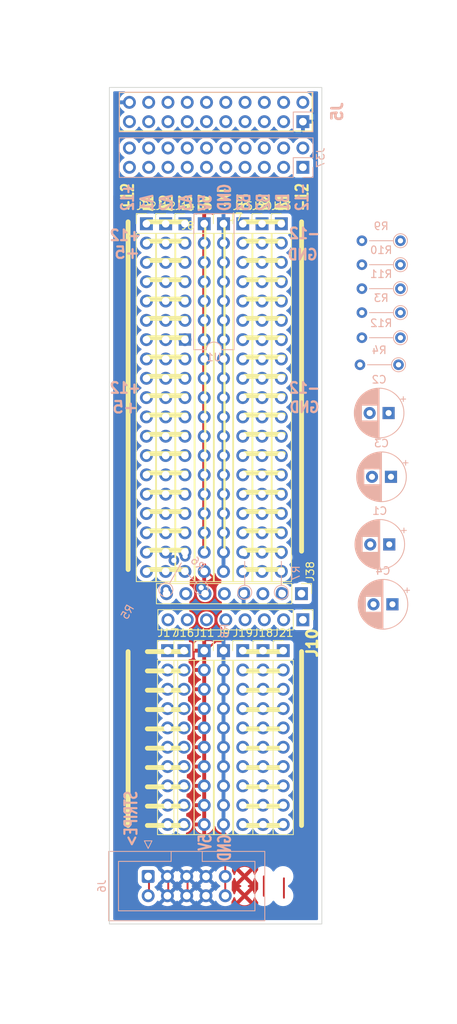
<source format=kicad_pcb>
(kicad_pcb (version 20211014) (generator pcbnew)
  (title_block (title "SYNTH-MIXER6-01") (date "2022-09-30") (rev "1") (company "LAND BOARDS, LLC"))
  (layers (0 "F.Cu" signal) (31 "B.Cu" signal) (34 "B.Paste" user) (35 "F.Paste" user) (36 "B.SilkS" user "B.Silkscreen") (37 "F.SilkS" user "F.Silkscreen") (38 "B.Mask" user) (39 "F.Mask" user) (44 "Edge.Cuts" user))
  (net 0 "")
  (net 8 "+12V")
  (net 9 "+5V")
  (net 10 "-12V")
  (net 11 "Net-(C1-Pad2)")
  (net 13 "/J4-T")
  (net 14 "/J2-T")
  (net 15 "/J3-T")
  (net 16 "GND")
  (net 18 "/J1-T")
  (net 19 "/POT2-3")
  (net 180 "/J4-T_X")
  (net 181 "/J2-T_X")
  (net 182 "/J3-T_X")
  (net 183 "/J1-T_X")
  (net 191 "Net-(C3-Pad2)")
  (net 193 "/POT2-2")
  (net 196 "/POT2-1_X")
  (net 197 "/POT1-1")
  (net 198 "/POT1-2")
  (net 199 "/POT1-3")
  (net 200 "Net-(U1-Pad1)")
  (net 201 "/POT2-3_X")
  (net 212 "/POT1-1_X")
  (net 213 "/POT1-3_X")
  (net 214 "/J2-S_X")
  (net 218 "/POT2-1")
  (net 220 "Net-(R5-Pad2)")
  (net 221 "Net-(U1-Pad3)")
  (net 222 "Net-(U1-Pad10)")
  (net 223 "Net-(R8-Pad2)")
  (net 224 "Net-(U1-Pad8)")
  (footprint "Connector_PinHeader_2.54mm:PinHeader_1x19_P2.54mm_Vertical" (layer "F.Cu") (at 118.618 26.924)
    (fp_text reference "J20" (at 0 -2.33) (layer "F.SilkS"))
    (fp_text value "Conn_01x19")
    (pad "1" thru_hole rect (at 0 0) (size 1.7 1.7) (drill 1) (layers *.Cu *.Mask))
    (pad "2" thru_hole oval (at 0 2.54) (size 1.7 1.7) (drill 1) (layers *.Cu *.Mask))
    (pad "3" thru_hole oval (at 0 5.08) (size 1.7 1.7) (drill 1) (layers *.Cu *.Mask))
    (pad "4" thru_hole oval (at 0 7.62) (size 1.7 1.7) (drill 1) (layers *.Cu *.Mask))
    (pad "5" thru_hole oval (at 0 10.16) (size 1.7 1.7) (drill 1) (layers *.Cu *.Mask))
    (pad "6" thru_hole oval (at 0 12.7) (size 1.7 1.7) (drill 1) (layers *.Cu *.Mask))
    (pad "7" thru_hole oval (at 0 15.24) (size 1.7 1.7) (drill 1) (layers *.Cu *.Mask))
    (pad "8" thru_hole oval (at 0 17.78) (size 1.7 1.7) (drill 1) (layers *.Cu *.Mask))
    (pad "9" thru_hole oval (at 0 20.32) (size 1.7 1.7) (drill 1) (layers *.Cu *.Mask))
    (pad "10" thru_hole oval (at 0 22.86) (size 1.7 1.7) (drill 1) (layers *.Cu *.Mask))
    (pad "11" thru_hole oval (at 0 25.4) (size 1.7 1.7) (drill 1) (layers *.Cu *.Mask))
    (pad "12" thru_hole oval (at 0 27.94) (size 1.7 1.7) (drill 1) (layers *.Cu *.Mask))
    (pad "13" thru_hole oval (at 0 30.48) (size 1.7 1.7) (drill 1) (layers *.Cu *.Mask))
    (pad "14" thru_hole oval (at 0 33.02) (size 1.7 1.7) (drill 1) (layers *.Cu *.Mask))
    (pad "15" thru_hole oval (at 0 35.56) (size 1.7 1.7) (drill 1) (layers *.Cu *.Mask))
    (pad "16" thru_hole oval (at 0 38.1) (size 1.7 1.7) (drill 1) (layers *.Cu *.Mask))
    (pad "17" thru_hole oval (at 0 40.64) (size 1.7 1.7) (drill 1) (layers *.Cu *.Mask))
    (pad "18" thru_hole oval (at 0 43.18) (size 1.7 1.7) (drill 1) (layers *.Cu *.Mask))
    (pad "19" thru_hole oval (at 0 45.72) (size 1.7 1.7) (drill 1) (layers *.Cu *.Mask))
  )
  (footprint "Connector_PinHeader_2.54mm:PinHeader_1x10_P2.54mm_Vertical" (layer "F.Cu") (at 116.078 83.058)
    (fp_text reference "J19" (at 0 -2.33) (layer "F.SilkS"))
    (fp_text value "Conn_01x10")
    (pad "1" thru_hole rect (at 0 0) (size 1.7 1.7) (drill 1) (layers *.Cu *.Mask))
    (pad "2" thru_hole oval (at 0 2.54) (size 1.7 1.7) (drill 1) (layers *.Cu *.Mask))
    (pad "3" thru_hole oval (at 0 5.08) (size 1.7 1.7) (drill 1) (layers *.Cu *.Mask))
    (pad "4" thru_hole oval (at 0 7.62) (size 1.7 1.7) (drill 1) (layers *.Cu *.Mask))
    (pad "5" thru_hole oval (at 0 10.16) (size 1.7 1.7) (drill 1) (layers *.Cu *.Mask))
    (pad "6" thru_hole oval (at 0 12.7) (size 1.7 1.7) (drill 1) (layers *.Cu *.Mask))
    (pad "7" thru_hole oval (at 0 15.24) (size 1.7 1.7) (drill 1) (layers *.Cu *.Mask))
    (pad "8" thru_hole oval (at 0 17.78) (size 1.7 1.7) (drill 1) (layers *.Cu *.Mask))
    (pad "9" thru_hole oval (at 0 20.32) (size 1.7 1.7) (drill 1) (layers *.Cu *.Mask))
    (pad "10" thru_hole oval (at 0 22.86) (size 1.7 1.7) (drill 1) (layers *.Cu *.Mask))
  )
  (footprint "Connector_PinHeader_2.54mm:PinHeader_1x10_P2.54mm_Vertical" (layer "F.Cu") (at 110.998 83.058)
    (fp_text reference "J11" (at 0 -2.33) (layer "F.SilkS"))
    (fp_text value "Conn_01x10")
    (pad "1" thru_hole rect (at 0 0) (size 1.7 1.7) (drill 1) (layers *.Cu *.Mask) (net 9 "+5V"))
    (pad "2" thru_hole oval (at 0 2.54) (size 1.7 1.7) (drill 1) (layers *.Cu *.Mask) (net 9 "+5V"))
    (pad "3" thru_hole oval (at 0 5.08) (size 1.7 1.7) (drill 1) (layers *.Cu *.Mask) (net 9 "+5V"))
    (pad "4" thru_hole oval (at 0 7.62) (size 1.7 1.7) (drill 1) (layers *.Cu *.Mask) (net 9 "+5V"))
    (pad "5" thru_hole oval (at 0 10.16) (size 1.7 1.7) (drill 1) (layers *.Cu *.Mask) (net 9 "+5V"))
    (pad "6" thru_hole oval (at 0 12.7) (size 1.7 1.7) (drill 1) (layers *.Cu *.Mask) (net 9 "+5V"))
    (pad "7" thru_hole oval (at 0 15.24) (size 1.7 1.7) (drill 1) (layers *.Cu *.Mask) (net 9 "+5V"))
    (pad "8" thru_hole oval (at 0 17.78) (size 1.7 1.7) (drill 1) (layers *.Cu *.Mask) (net 9 "+5V"))
    (pad "9" thru_hole oval (at 0 20.32) (size 1.7 1.7) (drill 1) (layers *.Cu *.Mask) (net 9 "+5V"))
    (pad "10" thru_hole oval (at 0 22.86) (size 1.7 1.7) (drill 1) (layers *.Cu *.Mask) (net 9 "+5V"))
  )
  (footprint "Connector_PinHeader_2.54mm:PinHeader_1x10_P2.54mm_Vertical" (layer "F.Cu") (at 108.331 83.058)
    (fp_text reference "J16" (at 0 -2.33) (layer "F.SilkS"))
    (fp_text value "Conn_01x10")
    (pad "1" thru_hole rect (at 0 0) (size 1.7 1.7) (drill 1) (layers *.Cu *.Mask))
    (pad "2" thru_hole oval (at 0 2.54) (size 1.7 1.7) (drill 1) (layers *.Cu *.Mask))
    (pad "3" thru_hole oval (at 0 5.08) (size 1.7 1.7) (drill 1) (layers *.Cu *.Mask))
    (pad "4" thru_hole oval (at 0 7.62) (size 1.7 1.7) (drill 1) (layers *.Cu *.Mask))
    (pad "5" thru_hole oval (at 0 10.16) (size 1.7 1.7) (drill 1) (layers *.Cu *.Mask))
    (pad "6" thru_hole oval (at 0 12.7) (size 1.7 1.7) (drill 1) (layers *.Cu *.Mask))
    (pad "7" thru_hole oval (at 0 15.24) (size 1.7 1.7) (drill 1) (layers *.Cu *.Mask))
    (pad "8" thru_hole oval (at 0 17.78) (size 1.7 1.7) (drill 1) (layers *.Cu *.Mask))
    (pad "9" thru_hole oval (at 0 20.32) (size 1.7 1.7) (drill 1) (layers *.Cu *.Mask))
    (pad "10" thru_hole oval (at 0 22.86) (size 1.7 1.7) (drill 1) (layers *.Cu *.Mask))
  )
  (footprint "Connector_PinHeader_2.54mm:PinHeader_1x19_P2.54mm_Vertical" (layer "F.Cu") (at 105.918 26.924)
    (fp_text reference "J12" (at 0 -2.33) (layer "F.SilkS"))
    (fp_text value "Conn_01x19")
    (pad "1" thru_hole rect (at 0 0) (size 1.7 1.7) (drill 1) (layers *.Cu *.Mask))
    (pad "2" thru_hole oval (at 0 2.54) (size 1.7 1.7) (drill 1) (layers *.Cu *.Mask))
    (pad "3" thru_hole oval (at 0 5.08) (size 1.7 1.7) (drill 1) (layers *.Cu *.Mask))
    (pad "4" thru_hole oval (at 0 7.62) (size 1.7 1.7) (drill 1) (layers *.Cu *.Mask))
    (pad "5" thru_hole oval (at 0 10.16) (size 1.7 1.7) (drill 1) (layers *.Cu *.Mask))
    (pad "6" thru_hole oval (at 0 12.7) (size 1.7 1.7) (drill 1) (layers *.Cu *.Mask))
    (pad "7" thru_hole oval (at 0 15.24) (size 1.7 1.7) (drill 1) (layers *.Cu *.Mask))
    (pad "8" thru_hole oval (at 0 17.78) (size 1.7 1.7) (drill 1) (layers *.Cu *.Mask))
    (pad "9" thru_hole oval (at 0 20.32) (size 1.7 1.7) (drill 1) (layers *.Cu *.Mask))
    (pad "10" thru_hole oval (at 0 22.86) (size 1.7 1.7) (drill 1) (layers *.Cu *.Mask))
    (pad "11" thru_hole oval (at 0 25.4) (size 1.7 1.7) (drill 1) (layers *.Cu *.Mask))
    (pad "12" thru_hole oval (at 0 27.94) (size 1.7 1.7) (drill 1) (layers *.Cu *.Mask))
    (pad "13" thru_hole oval (at 0 30.48) (size 1.7 1.7) (drill 1) (layers *.Cu *.Mask))
    (pad "14" thru_hole oval (at 0 33.02) (size 1.7 1.7) (drill 1) (layers *.Cu *.Mask))
    (pad "15" thru_hole oval (at 0 35.56) (size 1.7 1.7) (drill 1) (layers *.Cu *.Mask))
    (pad "16" thru_hole oval (at 0 38.1) (size 1.7 1.7) (drill 1) (layers *.Cu *.Mask))
    (pad "17" thru_hole oval (at 0 40.64) (size 1.7 1.7) (drill 1) (layers *.Cu *.Mask))
    (pad "18" thru_hole oval (at 0 43.18) (size 1.7 1.7) (drill 1) (layers *.Cu *.Mask))
    (pad "19" thru_hole oval (at 0 45.72) (size 1.7 1.7) (drill 1) (layers *.Cu *.Mask))
  )
  (footprint "Connector_PinHeader_2.54mm:PinHeader_1x19_P2.54mm_Vertical" (layer "F.Cu") (at 121.158 26.924)
    (fp_text reference "J13" (at 0 -2.33) (layer "F.SilkS"))
    (fp_text value "Conn_01x19")
    (pad "1" thru_hole rect (at 0 0) (size 1.7 1.7) (drill 1) (layers *.Cu *.Mask))
    (pad "2" thru_hole oval (at 0 2.54) (size 1.7 1.7) (drill 1) (layers *.Cu *.Mask))
    (pad "3" thru_hole oval (at 0 5.08) (size 1.7 1.7) (drill 1) (layers *.Cu *.Mask))
    (pad "4" thru_hole oval (at 0 7.62) (size 1.7 1.7) (drill 1) (layers *.Cu *.Mask))
    (pad "5" thru_hole oval (at 0 10.16) (size 1.7 1.7) (drill 1) (layers *.Cu *.Mask))
    (pad "6" thru_hole oval (at 0 12.7) (size 1.7 1.7) (drill 1) (layers *.Cu *.Mask))
    (pad "7" thru_hole oval (at 0 15.24) (size 1.7 1.7) (drill 1) (layers *.Cu *.Mask))
    (pad "8" thru_hole oval (at 0 17.78) (size 1.7 1.7) (drill 1) (layers *.Cu *.Mask))
    (pad "9" thru_hole oval (at 0 20.32) (size 1.7 1.7) (drill 1) (layers *.Cu *.Mask))
    (pad "10" thru_hole oval (at 0 22.86) (size 1.7 1.7) (drill 1) (layers *.Cu *.Mask))
    (pad "11" thru_hole oval (at 0 25.4) (size 1.7 1.7) (drill 1) (layers *.Cu *.Mask))
    (pad "12" thru_hole oval (at 0 27.94) (size 1.7 1.7) (drill 1) (layers *.Cu *.Mask))
    (pad "13" thru_hole oval (at 0 30.48) (size 1.7 1.7) (drill 1) (layers *.Cu *.Mask))
    (pad "14" thru_hole oval (at 0 33.02) (size 1.7 1.7) (drill 1) (layers *.Cu *.Mask))
    (pad "15" thru_hole oval (at 0 35.56) (size 1.7 1.7) (drill 1) (layers *.Cu *.Mask))
    (pad "16" thru_hole oval (at 0 38.1) (size 1.7 1.7) (drill 1) (layers *.Cu *.Mask))
    (pad "17" thru_hole oval (at 0 40.64) (size 1.7 1.7) (drill 1) (layers *.Cu *.Mask))
    (pad "18" thru_hole oval (at 0 43.18) (size 1.7 1.7) (drill 1) (layers *.Cu *.Mask))
    (pad "19" thru_hole oval (at 0 45.72) (size 1.7 1.7) (drill 1) (layers *.Cu *.Mask))
  )
  (footprint "Connector_PinHeader_2.54mm:PinHeader_1x19_P2.54mm_Vertical" (layer "F.Cu") (at 110.998 26.924)
    (fp_text reference "J8" (at -2.159 0.254) (layer "F.SilkS"))
    (fp_text value "Conn_01x19")
    (pad "1" thru_hole rect (at 0 0) (size 1.7 1.7) (drill 1) (layers *.Cu *.Mask) (net 9 "+5V"))
    (pad "2" thru_hole oval (at 0 2.54) (size 1.7 1.7) (drill 1) (layers *.Cu *.Mask) (net 9 "+5V"))
    (pad "3" thru_hole oval (at 0 5.08) (size 1.7 1.7) (drill 1) (layers *.Cu *.Mask) (net 9 "+5V"))
    (pad "4" thru_hole oval (at 0 7.62) (size 1.7 1.7) (drill 1) (layers *.Cu *.Mask) (net 9 "+5V"))
    (pad "5" thru_hole oval (at 0 10.16) (size 1.7 1.7) (drill 1) (layers *.Cu *.Mask) (net 9 "+5V"))
    (pad "6" thru_hole oval (at 0 12.7) (size 1.7 1.7) (drill 1) (layers *.Cu *.Mask) (net 9 "+5V"))
    (pad "7" thru_hole oval (at 0 15.24) (size 1.7 1.7) (drill 1) (layers *.Cu *.Mask) (net 9 "+5V"))
    (pad "8" thru_hole oval (at 0 17.78) (size 1.7 1.7) (drill 1) (layers *.Cu *.Mask) (net 9 "+5V"))
    (pad "9" thru_hole oval (at 0 20.32) (size 1.7 1.7) (drill 1) (layers *.Cu *.Mask) (net 9 "+5V"))
    (pad "10" thru_hole oval (at 0 22.86) (size 1.7 1.7) (drill 1) (layers *.Cu *.Mask) (net 9 "+5V"))
    (pad "11" thru_hole oval (at 0 25.4) (size 1.7 1.7) (drill 1) (layers *.Cu *.Mask) (net 9 "+5V"))
    (pad "12" thru_hole oval (at 0 27.94) (size 1.7 1.7) (drill 1) (layers *.Cu *.Mask) (net 9 "+5V"))
    (pad "13" thru_hole oval (at 0 30.48) (size 1.7 1.7) (drill 1) (layers *.Cu *.Mask) (net 9 "+5V"))
    (pad "14" thru_hole oval (at 0 33.02) (size 1.7 1.7) (drill 1) (layers *.Cu *.Mask) (net 9 "+5V"))
    (pad "15" thru_hole oval (at 0 35.56) (size 1.7 1.7) (drill 1) (layers *.Cu *.Mask) (net 9 "+5V"))
    (pad "16" thru_hole oval (at 0 38.1) (size 1.7 1.7) (drill 1) (layers *.Cu *.Mask) (net 9 "+5V"))
    (pad "17" thru_hole oval (at 0 40.64) (size 1.7 1.7) (drill 1) (layers *.Cu *.Mask) (net 9 "+5V"))
    (pad "18" thru_hole oval (at 0 43.18) (size 1.7 1.7) (drill 1) (layers *.Cu *.Mask) (net 9 "+5V"))
    (pad "19" thru_hole oval (at 0 45.72) (size 1.7 1.7) (drill 1) (layers *.Cu *.Mask) (net 9 "+5V"))
  )
  (footprint "Connector_PinHeader_2.54mm:PinHeader_1x19_P2.54mm_Vertical" (layer "F.Cu") (at 108.458 26.924)
    (fp_text reference "J14" (at 0 -2.33) (layer "F.SilkS"))
    (fp_text value "Conn_01x19")
    (pad "1" thru_hole rect (at 0 0) (size 1.7 1.7) (drill 1) (layers *.Cu *.Mask))
    (pad "2" thru_hole oval (at 0 2.54) (size 1.7 1.7) (drill 1) (layers *.Cu *.Mask))
    (pad "3" thru_hole oval (at 0 5.08) (size 1.7 1.7) (drill 1) (layers *.Cu *.Mask))
    (pad "4" thru_hole oval (at 0 7.62) (size 1.7 1.7) (drill 1) (layers *.Cu *.Mask))
    (pad "5" thru_hole oval (at 0 10.16) (size 1.7 1.7) (drill 1) (layers *.Cu *.Mask))
    (pad "6" thru_hole oval (at 0 12.7) (size 1.7 1.7) (drill 1) (layers *.Cu *.Mask))
    (pad "7" thru_hole oval (at 0 15.24) (size 1.7 1.7) (drill 1) (layers *.Cu *.Mask))
    (pad "8" thru_hole oval (at 0 17.78) (size 1.7 1.7) (drill 1) (layers *.Cu *.Mask))
    (pad "9" thru_hole oval (at 0 20.32) (size 1.7 1.7) (drill 1) (layers *.Cu *.Mask))
    (pad "10" thru_hole oval (at 0 22.86) (size 1.7 1.7) (drill 1) (layers *.Cu *.Mask))
    (pad "11" thru_hole oval (at 0 25.4) (size 1.7 1.7) (drill 1) (layers *.Cu *.Mask))
    (pad "12" thru_hole oval (at 0 27.94) (size 1.7 1.7) (drill 1) (layers *.Cu *.Mask))
    (pad "13" thru_hole oval (at 0 30.48) (size 1.7 1.7) (drill 1) (layers *.Cu *.Mask))
    (pad "14" thru_hole oval (at 0 33.02) (size 1.7 1.7) (drill 1) (layers *.Cu *.Mask))
    (pad "15" thru_hole oval (at 0 35.56) (size 1.7 1.7) (drill 1) (layers *.Cu *.Mask))
    (pad "16" thru_hole oval (at 0 38.1) (size 1.7 1.7) (drill 1) (layers *.Cu *.Mask))
    (pad "17" thru_hole oval (at 0 40.64) (size 1.7 1.7) (drill 1) (layers *.Cu *.Mask))
    (pad "18" thru_hole oval (at 0 43.18) (size 1.7 1.7) (drill 1) (layers *.Cu *.Mask))
    (pad "19" thru_hole oval (at 0 45.72) (size 1.7 1.7) (drill 1) (layers *.Cu *.Mask))
  )
  (footprint "Connector_PinHeader_2.54mm:PinHeader_1x08_P2.54mm_Vertical" (layer "F.Cu") (at 123.809989 75.565 -90)
    (fp_text reference "J38" (at -2.921 -1.158011 90) (layer "F.SilkS"))
    (fp_text value "PROTO01_JACKS")
    (pad "1" thru_hole rect (at 0 0 270) (size 1.7 1.7) (drill 1) (layers *.Cu *.Mask))
    (pad "2" thru_hole oval (at 0 2.54 270) (size 1.7 1.7) (drill 1) (layers *.Cu *.Mask) (net 13 "/J4-T"))
    (pad "3" thru_hole oval (at 0 5.08 270) (size 1.7 1.7) (drill 1) (layers *.Cu *.Mask))
    (pad "4" thru_hole oval (at 0 7.62 270) (size 1.7 1.7) (drill 1) (layers *.Cu *.Mask) (net 14 "/J2-T"))
    (pad "5" thru_hole oval (at 0 10.16 270) (size 1.7 1.7) (drill 1) (layers *.Cu *.Mask) (net 16 "GND"))
    (pad "6" thru_hole oval (at 0 12.7 270) (size 1.7 1.7) (drill 1) (layers *.Cu *.Mask) (net 15 "/J3-T"))
    (pad "7" thru_hole oval (at 0 15.24 270) (size 1.7 1.7) (drill 1) (layers *.Cu *.Mask))
    (pad "8" thru_hole oval (at 0 17.78 270) (size 1.7 1.7) (drill 1) (layers *.Cu *.Mask) (net 18 "/J1-T"))
  )
  (footprint "Connector_PinHeader_2.54mm:PinHeader_1x19_P2.54mm_Vertical" (layer "F.Cu") (at 113.538 26.924)
    (fp_text reference "J7" (at 1.651 -0.889) (layer "F.SilkS"))
    (fp_text value "Conn_01x19")
    (pad "1" thru_hole rect (at 0 0) (size 1.7 1.7) (drill 1) (layers *.Cu *.Mask) (net 16 "GND"))
    (pad "2" thru_hole oval (at 0 2.54) (size 1.7 1.7) (drill 1) (layers *.Cu *.Mask) (net 16 "GND"))
    (pad "3" thru_hole oval (at 0 5.08) (size 1.7 1.7) (drill 1) (layers *.Cu *.Mask) (net 16 "GND"))
    (pad "4" thru_hole oval (at 0 7.62) (size 1.7 1.7) (drill 1) (layers *.Cu *.Mask) (net 16 "GND"))
    (pad "5" thru_hole oval (at 0 10.16) (size 1.7 1.7) (drill 1) (layers *.Cu *.Mask) (net 16 "GND"))
    (pad "6" thru_hole oval (at 0 12.7) (size 1.7 1.7) (drill 1) (layers *.Cu *.Mask) (net 16 "GND"))
    (pad "7" thru_hole oval (at 0 15.24) (size 1.7 1.7) (drill 1) (layers *.Cu *.Mask) (net 16 "GND"))
    (pad "8" thru_hole oval (at 0 17.78) (size 1.7 1.7) (drill 1) (layers *.Cu *.Mask) (net 16 "GND"))
    (pad "9" thru_hole oval (at 0 20.32) (size 1.7 1.7) (drill 1) (layers *.Cu *.Mask) (net 16 "GND"))
    (pad "10" thru_hole oval (at 0 22.86) (size 1.7 1.7) (drill 1) (layers *.Cu *.Mask) (net 16 "GND"))
    (pad "11" thru_hole oval (at 0 25.4) (size 1.7 1.7) (drill 1) (layers *.Cu *.Mask) (net 16 "GND"))
    (pad "12" thru_hole oval (at 0 27.94) (size 1.7 1.7) (drill 1) (layers *.Cu *.Mask) (net 16 "GND"))
    (pad "13" thru_hole oval (at 0 30.48) (size 1.7 1.7) (drill 1) (layers *.Cu *.Mask) (net 16 "GND"))
    (pad "14" thru_hole oval (at 0 33.02) (size 1.7 1.7) (drill 1) (layers *.Cu *.Mask) (net 16 "GND"))
    (pad "15" thru_hole oval (at 0 35.56) (size 1.7 1.7) (drill 1) (layers *.Cu *.Mask) (net 16 "GND"))
    (pad "16" thru_hole oval (at 0 38.1) (size 1.7 1.7) (drill 1) (layers *.Cu *.Mask) (net 16 "GND"))
    (pad "17" thru_hole oval (at 0 40.64) (size 1.7 1.7) (drill 1) (layers *.Cu *.Mask) (net 16 "GND"))
    (pad "18" thru_hole oval (at 0 43.18) (size 1.7 1.7) (drill 1) (layers *.Cu *.Mask) (net 16 "GND"))
    (pad "19" thru_hole oval (at 0 45.72) (size 1.7 1.7) (drill 1) (layers *.Cu *.Mask) (net 16 "GND"))
  )
  (footprint "Connector_PinHeader_2.54mm:PinHeader_1x10_P2.54mm_Vertical" (layer "F.Cu") (at 121.412 83.058)
    (fp_text reference "J21" (at 0 -2.33) (layer "F.SilkS"))
    (fp_text value "Conn_01x10")
    (pad "1" thru_hole rect (at 0 0) (size 1.7 1.7) (drill 1) (layers *.Cu *.Mask))
    (pad "2" thru_hole oval (at 0 2.54) (size 1.7 1.7) (drill 1) (layers *.Cu *.Mask))
    (pad "3" thru_hole oval (at 0 5.08) (size 1.7 1.7) (drill 1) (layers *.Cu *.Mask))
    (pad "4" thru_hole oval (at 0 7.62) (size 1.7 1.7) (drill 1) (layers *.Cu *.Mask))
    (pad "5" thru_hole oval (at 0 10.16) (size 1.7 1.7) (drill 1) (layers *.Cu *.Mask))
    (pad "6" thru_hole oval (at 0 12.7) (size 1.7 1.7) (drill 1) (layers *.Cu *.Mask))
    (pad "7" thru_hole oval (at 0 15.24) (size 1.7 1.7) (drill 1) (layers *.Cu *.Mask))
    (pad "8" thru_hole oval (at 0 17.78) (size 1.7 1.7) (drill 1) (layers *.Cu *.Mask))
    (pad "9" thru_hole oval (at 0 20.32) (size 1.7 1.7) (drill 1) (layers *.Cu *.Mask))
    (pad "10" thru_hole oval (at 0 22.86) (size 1.7 1.7) (drill 1) (layers *.Cu *.Mask))
  )
  (footprint "Connector_PinHeader_2.54mm:PinHeader_1x08_P2.54mm_Vertical" (layer "F.Cu") (at 124.000006 78.999994 -90)
    (fp_text reference "J10" (at 3.042006 -1.221994 90) (layer "F.SilkS") (effects (font (size 1.397 1.397) (thickness 0.4572))))
    (fp_text value "Conn_01x08")
    (pad "1" thru_hole rect (at 0 0 270) (size 1.7 1.7) (drill 1) (layers *.Cu *.Mask) (net 214 "/J2-S_X"))
    (pad "2" thru_hole oval (at 0 2.54 270) (size 1.7 1.7) (drill 1) (layers *.Cu *.Mask) (net 180 "/J4-T_X"))
    (pad "3" thru_hole oval (at 0 5.08 270) (size 1.7 1.7) (drill 1) (layers *.Cu *.Mask) (net 214 "/J2-S_X"))
    (pad "4" thru_hole oval (at 0 7.62 270) (size 1.7 1.7) (drill 1) (layers *.Cu *.Mask) (net 181 "/J2-T_X"))
    (pad "5" thru_hole oval (at 0 10.16 270) (size 1.7 1.7) (drill 1) (layers *.Cu *.Mask) (net 214 "/J2-S_X"))
    (pad "6" thru_hole oval (at 0 12.7 270) (size 1.7 1.7) (drill 1) (layers *.Cu *.Mask) (net 182 "/J3-T_X"))
    (pad "7" thru_hole oval (at 0 15.24 270) (size 1.7 1.7) (drill 1) (layers *.Cu *.Mask) (net 214 "/J2-S_X"))
    (pad "8" thru_hole oval (at 0 17.78 270) (size 1.7 1.7) (drill 1) (layers *.Cu *.Mask) (net 183 "/J1-T_X"))
  )
  (footprint "Connector_PinHeader_2.54mm:PinHeader_1x10_P2.54mm_Vertical" (layer "F.Cu") (at 113.538 83.058)
    (fp_text reference "J9" (at 0 -2.33) (layer "F.SilkS"))
    (fp_text value "Conn_01x10")
    (pad "1" thru_hole rect (at 0 0) (size 1.7 1.7) (drill 1) (layers *.Cu *.Mask) (net 16 "GND"))
    (pad "2" thru_hole oval (at 0 2.54) (size 1.7 1.7) (drill 1) (layers *.Cu *.Mask) (net 16 "GND"))
    (pad "3" thru_hole oval (at 0 5.08) (size 1.7 1.7) (drill 1) (layers *.Cu *.Mask) (net 16 "GND"))
    (pad "4" thru_hole oval (at 0 7.62) (size 1.7 1.7) (drill 1) (layers *.Cu *.Mask) (net 16 "GND"))
    (pad "5" thru_hole oval (at 0 10.16) (size 1.7 1.7) (drill 1) (layers *.Cu *.Mask) (net 16 "GND"))
    (pad "6" thru_hole oval (at 0 12.7) (size 1.7 1.7) (drill 1) (layers *.Cu *.Mask) (net 16 "GND"))
    (pad "7" thru_hole oval (at 0 15.24) (size 1.7 1.7) (drill 1) (layers *.Cu *.Mask) (net 16 "GND"))
    (pad "8" thru_hole oval (at 0 17.78) (size 1.7 1.7) (drill 1) (layers *.Cu *.Mask) (net 16 "GND"))
    (pad "9" thru_hole oval (at 0 20.32) (size 1.7 1.7) (drill 1) (layers *.Cu *.Mask) (net 16 "GND"))
    (pad "10" thru_hole oval (at 0 22.86) (size 1.7 1.7) (drill 1) (layers *.Cu *.Mask) (net 16 "GND"))
  )
  (footprint "Connector_PinHeader_2.54mm:PinHeader_1x19_P2.54mm_Vertical" (layer "F.Cu") (at 116.078 26.924)
    (fp_text reference "J15" (at 0 -2.33) (layer "F.SilkS"))
    (fp_text value "Conn_01x19")
    (pad "1" thru_hole rect (at 0 0) (size 1.7 1.7) (drill 1) (layers *.Cu *.Mask))
    (pad "2" thru_hole oval (at 0 2.54) (size 1.7 1.7) (drill 1) (layers *.Cu *.Mask))
    (pad "3" thru_hole oval (at 0 5.08) (size 1.7 1.7) (drill 1) (layers *.Cu *.Mask))
    (pad "4" thru_hole oval (at 0 7.62) (size 1.7 1.7) (drill 1) (layers *.Cu *.Mask))
    (pad "5" thru_hole oval (at 0 10.16) (size 1.7 1.7) (drill 1) (layers *.Cu *.Mask))
    (pad "6" thru_hole oval (at 0 12.7) (size 1.7 1.7) (drill 1) (layers *.Cu *.Mask))
    (pad "7" thru_hole oval (at 0 15.24) (size 1.7 1.7) (drill 1) (layers *.Cu *.Mask))
    (pad "8" thru_hole oval (at 0 17.78) (size 1.7 1.7) (drill 1) (layers *.Cu *.Mask))
    (pad "9" thru_hole oval (at 0 20.32) (size 1.7 1.7) (drill 1) (layers *.Cu *.Mask))
    (pad "10" thru_hole oval (at 0 22.86) (size 1.7 1.7) (drill 1) (layers *.Cu *.Mask))
    (pad "11" thru_hole oval (at 0 25.4) (size 1.7 1.7) (drill 1) (layers *.Cu *.Mask))
    (pad "12" thru_hole oval (at 0 27.94) (size 1.7 1.7) (drill 1) (layers *.Cu *.Mask))
    (pad "13" thru_hole oval (at 0 30.48) (size 1.7 1.7) (drill 1) (layers *.Cu *.Mask))
    (pad "14" thru_hole oval (at 0 33.02) (size 1.7 1.7) (drill 1) (layers *.Cu *.Mask))
    (pad "15" thru_hole oval (at 0 35.56) (size 1.7 1.7) (drill 1) (layers *.Cu *.Mask))
    (pad "16" thru_hole oval (at 0 38.1) (size 1.7 1.7) (drill 1) (layers *.Cu *.Mask))
    (pad "17" thru_hole oval (at 0 40.64) (size 1.7 1.7) (drill 1) (layers *.Cu *.Mask))
    (pad "18" thru_hole oval (at 0 43.18) (size 1.7 1.7) (drill 1) (layers *.Cu *.Mask))
    (pad "19" thru_hole oval (at 0 45.72) (size 1.7 1.7) (drill 1) (layers *.Cu *.Mask))
  )
  (footprint "Connector_PinHeader_2.54mm:PinHeader_1x10_P2.54mm_Vertical" (layer "F.Cu") (at 118.745 83.058)
    (fp_text reference "J18" (at 0 -2.33) (layer "F.SilkS"))
    (fp_text value "Conn_01x10")
    (pad "1" thru_hole rect (at 0 0) (size 1.7 1.7) (drill 1) (layers *.Cu *.Mask))
    (pad "2" thru_hole oval (at 0 2.54) (size 1.7 1.7) (drill 1) (layers *.Cu *.Mask))
    (pad "3" thru_hole oval (at 0 5.08) (size 1.7 1.7) (drill 1) (layers *.Cu *.Mask))
    (pad "4" thru_hole oval (at 0 7.62) (size 1.7 1.7) (drill 1) (layers *.Cu *.Mask))
    (pad "5" thru_hole oval (at 0 10.16) (size 1.7 1.7) (drill 1) (layers *.Cu *.Mask))
    (pad "6" thru_hole oval (at 0 12.7) (size 1.7 1.7) (drill 1) (layers *.Cu *.Mask))
    (pad "7" thru_hole oval (at 0 15.24) (size 1.7 1.7) (drill 1) (layers *.Cu *.Mask))
    (pad "8" thru_hole oval (at 0 17.78) (size 1.7 1.7) (drill 1) (layers *.Cu *.Mask))
    (pad "9" thru_hole oval (at 0 20.32) (size 1.7 1.7) (drill 1) (layers *.Cu *.Mask))
    (pad "10" thru_hole oval (at 0 22.86) (size 1.7 1.7) (drill 1) (layers *.Cu *.Mask))
  )
  (footprint "Connector_PinHeader_2.54mm:PinHeader_1x10_P2.54mm_Vertical" (layer "F.Cu") (at 106.172 83.058)
    (fp_text reference "J17" (at 0 -2.33) (layer "F.SilkS"))
    (fp_text value "Conn_01x10")
    (pad "1" thru_hole rect (at 0 0) (size 1.7 1.7) (drill 1) (layers *.Cu *.Mask))
    (pad "2" thru_hole oval (at 0 2.54) (size 1.7 1.7) (drill 1) (layers *.Cu *.Mask))
    (pad "3" thru_hole oval (at 0 5.08) (size 1.7 1.7) (drill 1) (layers *.Cu *.Mask))
    (pad "4" thru_hole oval (at 0 7.62) (size 1.7 1.7) (drill 1) (layers *.Cu *.Mask))
    (pad "5" thru_hole oval (at 0 10.16) (size 1.7 1.7) (drill 1) (layers *.Cu *.Mask))
    (pad "6" thru_hole oval (at 0 12.7) (size 1.7 1.7) (drill 1) (layers *.Cu *.Mask))
    (pad "7" thru_hole oval (at 0 15.24) (size 1.7 1.7) (drill 1) (layers *.Cu *.Mask))
    (pad "8" thru_hole oval (at 0 17.78) (size 1.7 1.7) (drill 1) (layers *.Cu *.Mask))
    (pad "9" thru_hole oval (at 0 20.32) (size 1.7 1.7) (drill 1) (layers *.Cu *.Mask))
    (pad "10" thru_hole oval (at 0 22.86) (size 1.7 1.7) (drill 1) (layers *.Cu *.Mask))
  )
  (footprint "Connector_PinHeader_2.54mm:PinHeader_1x19_P2.54mm_Vertical" (layer "F.Cu") (at 103.378 26.924)
    (fp_text reference "J22" (at 0 -2.33) (layer "F.SilkS"))
    (fp_text value "Conn_01x19")
    (pad "1" thru_hole rect (at 0 0) (size 1.7 1.7) (drill 1) (layers *.Cu *.Mask))
    (pad "2" thru_hole oval (at 0 2.54) (size 1.7 1.7) (drill 1) (layers *.Cu *.Mask))
    (pad "3" thru_hole oval (at 0 5.08) (size 1.7 1.7) (drill 1) (layers *.Cu *.Mask))
    (pad "4" thru_hole oval (at 0 7.62) (size 1.7 1.7) (drill 1) (layers *.Cu *.Mask))
    (pad "5" thru_hole oval (at 0 10.16) (size 1.7 1.7) (drill 1) (layers *.Cu *.Mask))
    (pad "6" thru_hole oval (at 0 12.7) (size 1.7 1.7) (drill 1) (layers *.Cu *.Mask))
    (pad "7" thru_hole oval (at 0 15.24) (size 1.7 1.7) (drill 1) (layers *.Cu *.Mask))
    (pad "8" thru_hole oval (at 0 17.78) (size 1.7 1.7) (drill 1) (layers *.Cu *.Mask))
    (pad "9" thru_hole oval (at 0 20.32) (size 1.7 1.7) (drill 1) (layers *.Cu *.Mask))
    (pad "10" thru_hole oval (at 0 22.86) (size 1.7 1.7) (drill 1) (layers *.Cu *.Mask))
    (pad "11" thru_hole oval (at 0 25.4) (size 1.7 1.7) (drill 1) (layers *.Cu *.Mask))
    (pad "12" thru_hole oval (at 0 27.94) (size 1.7 1.7) (drill 1) (layers *.Cu *.Mask))
    (pad "13" thru_hole oval (at 0 30.48) (size 1.7 1.7) (drill 1) (layers *.Cu *.Mask))
    (pad "14" thru_hole oval (at 0 33.02) (size 1.7 1.7) (drill 1) (layers *.Cu *.Mask))
    (pad "15" thru_hole oval (at 0 35.56) (size 1.7 1.7) (drill 1) (layers *.Cu *.Mask))
    (pad "16" thru_hole oval (at 0 38.1) (size 1.7 1.7) (drill 1) (layers *.Cu *.Mask))
    (pad "17" thru_hole oval (at 0 40.64) (size 1.7 1.7) (drill 1) (layers *.Cu *.Mask))
    (pad "18" thru_hole oval (at 0 43.18) (size 1.7 1.7) (drill 1) (layers *.Cu *.Mask))
    (pad "19" thru_hole oval (at 0 45.72) (size 1.7 1.7) (drill 1) (layers *.Cu *.Mask))
  )
  (footprint "Resistor_THT:R_Axial_DIN0204_L3.6mm_D1.6mm_P5.08mm_Vertical" (layer "B.Cu") (at 121.158 75.388 90)
    (fp_text reference "R7" (at 2.54 1.92 270) (layer "B.SilkS") (effects (justify mirror)))
    (fp_text value "1K")
    (pad "1" thru_hole circle (at 0 0 90) (size 1.4 1.4) (drill 0.7) (layers *.Cu *.Mask) (net 222 "Net-(U1-Pad10)"))
    (pad "2" thru_hole oval (at 5.08 0 90) (size 1.4 1.4) (drill 0.7) (layers *.Cu *.Mask) (net 14 "/J2-T"))
  )
  (footprint "Connector_PinHeader_2.54mm:PinHeader_2x10_P2.54mm_Vertical" (layer "B.Cu") (at 124 19.5 90)
    (fp_text reference "J37" (at 1.27 2.33 90) (layer "B.SilkS") (effects (justify mirror)))
    (fp_text value "PROTO01_POTS")
    (pad "1" thru_hole rect (at 0 0 90) (size 1.7 1.7) (drill 1) (layers *.Cu *.Mask))
    (pad "2" thru_hole oval (at 2.54 0 90) (size 1.7 1.7) (drill 1) (layers *.Cu *.Mask))
    (pad "3" thru_hole oval (at 0 -2.54 90) (size 1.7 1.7) (drill 1) (layers *.Cu *.Mask))
    (pad "4" thru_hole oval (at 2.54 -2.54 90) (size 1.7 1.7) (drill 1) (layers *.Cu *.Mask))
    (pad "5" thru_hole oval (at 0 -5.08 90) (size 1.7 1.7) (drill 1) (layers *.Cu *.Mask))
    (pad "6" thru_hole oval (at 2.54 -5.08 90) (size 1.7 1.7) (drill 1) (layers *.Cu *.Mask))
    (pad "7" thru_hole oval (at 0 -7.62 90) (size 1.7 1.7) (drill 1) (layers *.Cu *.Mask))
    (pad "8" thru_hole oval (at 2.54 -7.62 90) (size 1.7 1.7) (drill 1) (layers *.Cu *.Mask) (net 218 "/POT2-1"))
    (pad "9" thru_hole oval (at 0 -10.16 90) (size 1.7 1.7) (drill 1) (layers *.Cu *.Mask) (net 193 "/POT2-2"))
    (pad "10" thru_hole oval (at 2.54 -10.16 90) (size 1.7 1.7) (drill 1) (layers *.Cu *.Mask) (net 19 "/POT2-3"))
    (pad "11" thru_hole oval (at 0 -12.7 90) (size 1.7 1.7) (drill 1) (layers *.Cu *.Mask))
    (pad "12" thru_hole oval (at 2.54 -12.7 90) (size 1.7 1.7) (drill 1) (layers *.Cu *.Mask))
    (pad "13" thru_hole oval (at 0 -15.24 90) (size 1.7 1.7) (drill 1) (layers *.Cu *.Mask))
    (pad "14" thru_hole oval (at 2.54 -15.24 90) (size 1.7 1.7) (drill 1) (layers *.Cu *.Mask))
    (pad "15" thru_hole oval (at 0 -17.78 90) (size 1.7 1.7) (drill 1) (layers *.Cu *.Mask))
    (pad "16" thru_hole oval (at 2.54 -17.78 90) (size 1.7 1.7) (drill 1) (layers *.Cu *.Mask))
    (pad "17" thru_hole oval (at 0 -20.32 90) (size 1.7 1.7) (drill 1) (layers *.Cu *.Mask) (net 197 "/POT1-1"))
    (pad "18" thru_hole oval (at 2.54 -20.32 90) (size 1.7 1.7) (drill 1) (layers *.Cu *.Mask) (net 198 "/POT1-2"))
    (pad "19" thru_hole oval (at 0 -22.86 90) (size 1.7 1.7) (drill 1) (layers *.Cu *.Mask) (net 199 "/POT1-3"))
    (pad "20" thru_hole oval (at 2.54 -22.86 90) (size 1.7 1.7) (drill 1) (layers *.Cu *.Mask))
  )
  (footprint "Resistor_THT:R_Axial_DIN0204_L3.6mm_D1.6mm_P5.08mm_Vertical" (layer "B.Cu") (at 105.943 75.054403 60)
    (fp_text reference "R5" (at -5.05932 -2.921 60) (layer "B.SilkS") (effects (justify mirror)))
    (fp_text value "100")
    (pad "1" thru_hole circle (at 0 0 60) (size 1.4 1.4) (drill 0.7) (layers *.Cu *.Mask) (net 13 "/J4-T"))
    (pad "2" thru_hole oval (at 5.08 0 60) (size 1.4 1.4) (drill 0.7) (layers *.Cu *.Mask) (net 220 "Net-(R5-Pad2)"))
  )
  (footprint "Capacitor_THT:CP_Radial_D6.3mm_P2.50mm" (layer "B.Cu") (at 135.606758 60.198 180)
    (fp_text reference "C3" (at 1.25 4.4) (layer "B.SilkS") (effects (justify mirror)))
    (fp_text value "22uF")
    (pad "1" thru_hole rect (at 0 0 180) (size 1.6 1.6) (drill 0.8) (layers *.Cu *.Mask) (net 19 "/POT2-3"))
    (pad "2" thru_hole circle (at 2.5 0 180) (size 1.6 1.6) (drill 0.8) (layers *.Cu *.Mask) (net 191 "Net-(C3-Pad2)"))
  )
  (footprint "Resistor_THT:R_Axial_DIN0204_L3.6mm_D1.6mm_P5.08mm_Vertical" (layer "B.Cu") (at 136.856 41.91 180)
    (fp_text reference "R12" (at 2.54 1.92) (layer "B.SilkS") (effects (justify mirror)))
    (fp_text value "100K")
    (pad "1" thru_hole circle (at 0 0 180) (size 1.4 1.4) (drill 0.7) (layers *.Cu *.Mask) (net 223 "Net-(R8-Pad2)"))
    (pad "2" thru_hole oval (at 5.08 0 180) (size 1.4 1.4) (drill 0.7) (layers *.Cu *.Mask) (net 16 "GND"))
  )
  (footprint "Resistor_THT:R_Axial_DIN0204_L3.6mm_D1.6mm_P5.08mm_Vertical" (layer "B.Cu") (at 136.856 35.458 180)
    (fp_text reference "R11" (at 2.54 1.92) (layer "B.SilkS") (effects (justify mirror)))
    (fp_text value "100K")
    (pad "1" thru_hole circle (at 0 0 180) (size 1.4 1.4) (drill 0.7) (layers *.Cu *.Mask) (net 220 "Net-(R5-Pad2)"))
    (pad "2" thru_hole oval (at 5.08 0 180) (size 1.4 1.4) (drill 0.7) (layers *.Cu *.Mask) (net 16 "GND"))
  )
  (footprint "Connector_PinHeader_2.54mm:PinHeader_2x10_P2.54mm_Vertical" (layer "B.Cu") (at 124.000006 13.500001 90)
    (fp_text reference "J5" (at 1.308001 4.523994 90) (layer "B.SilkS") (effects (font (size 1.397 1.397) (thickness 0.4572)) (justify mirror)))
    (fp_text value "HEADER, 2X10")
    (pad "1" thru_hole rect (at 0 0 90) (size 1.7 1.7) (drill 1) (layers *.Cu *.Mask) (net 16 "GND"))
    (pad "2" thru_hole oval (at 2.54 0 90) (size 1.7 1.7) (drill 1) (layers *.Cu *.Mask))
    (pad "3" thru_hole oval (at 0 -2.54 90) (size 1.7 1.7) (drill 1) (layers *.Cu *.Mask))
    (pad "4" thru_hole oval (at 2.54 -2.54 90) (size 1.7 1.7) (drill 1) (layers *.Cu *.Mask))
    (pad "5" thru_hole oval (at 0 -5.08 90) (size 1.7 1.7) (drill 1) (layers *.Cu *.Mask))
    (pad "6" thru_hole oval (at 2.54 -5.08 90) (size 1.7 1.7) (drill 1) (layers *.Cu *.Mask))
    (pad "7" thru_hole oval (at 0 -7.62 90) (size 1.7 1.7) (drill 1) (layers *.Cu *.Mask))
    (pad "8" thru_hole oval (at 2.54 -7.62 90) (size 1.7 1.7) (drill 1) (layers *.Cu *.Mask) (net 196 "/POT2-1_X"))
    (pad "9" thru_hole oval (at 0 -10.16 90) (size 1.7 1.7) (drill 1) (layers *.Cu *.Mask) (net 196 "/POT2-1_X"))
    (pad "10" thru_hole oval (at 2.54 -10.16 90) (size 1.7 1.7) (drill 1) (layers *.Cu *.Mask) (net 201 "/POT2-3_X"))
    (pad "11" thru_hole oval (at 0 -12.7 90) (size 1.7 1.7) (drill 1) (layers *.Cu *.Mask))
    (pad "12" thru_hole oval (at 2.54 -12.7 90) (size 1.7 1.7) (drill 1) (layers *.Cu *.Mask))
    (pad "13" thru_hole oval (at 0 -15.24 90) (size 1.7 1.7) (drill 1) (layers *.Cu *.Mask))
    (pad "14" thru_hole oval (at 2.54 -15.24 90) (size 1.7 1.7) (drill 1) (layers *.Cu *.Mask))
    (pad "15" thru_hole oval (at 0 -17.78 90) (size 1.7 1.7) (drill 1) (layers *.Cu *.Mask))
    (pad "16" thru_hole oval (at 2.54 -17.78 90) (size 1.7 1.7) (drill 1) (layers *.Cu *.Mask))
    (pad "17" thru_hole oval (at 0 -20.32 90) (size 1.7 1.7) (drill 1) (layers *.Cu *.Mask) (net 212 "/POT1-1_X"))
    (pad "18" thru_hole oval (at 2.54 -20.32 90) (size 1.7 1.7) (drill 1) (layers *.Cu *.Mask) (net 212 "/POT1-1_X"))
    (pad "19" thru_hole oval (at 0 -22.86 90) (size 1.7 1.7) (drill 1) (layers *.Cu *.Mask) (net 213 "/POT1-3_X"))
    (pad "20" thru_hole oval (at 2.54 -22.86 90) (size 1.7 1.7) (drill 1) (layers *.Cu *.Mask) (net 16 "GND"))
  )
  (footprint "Connector_IDC:IDC-Header_2x05_P2.54mm_Vertical" (layer "B.Cu") (at 103.61 112.7475 -90)
    (fp_text reference "J6" (at 1.27 6.1 90) (layer "B.SilkS") (effects (justify mirror)))
    (fp_text value "CONN, IDC, 2X5")
    (pad "1" thru_hole roundrect (at 0 0 270) (size 1.7 1.7) (drill 1) (layers *.Cu *.Mask) (roundrect_rratio 0.147059) (net 10 "-12V"))
    (pad "2" thru_hole circle (at 2.54 0 270) (size 1.7 1.7) (drill 1) (layers *.Cu *.Mask) (net 10 "-12V"))
    (pad "3" thru_hole circle (at 0 -2.54 270) (size 1.7 1.7) (drill 1) (layers *.Cu *.Mask) (net 16 "GND"))
    (pad "4" thru_hole circle (at 2.54 -2.54 270) (size 1.7 1.7) (drill 1) (layers *.Cu *.Mask) (net 16 "GND"))
    (pad "5" thru_hole circle (at 0 -5.08 270) (size 1.7 1.7) (drill 1) (layers *.Cu *.Mask) (net 16 "GND"))
    (pad "6" thru_hole circle (at 2.54 -5.08 270) (size 1.7 1.7) (drill 1) (layers *.Cu *.Mask) (net 16 "GND"))
    (pad "7" thru_hole circle (at 0 -7.62 270) (size 1.7 1.7) (drill 1) (layers *.Cu *.Mask) (net 16 "GND"))
    (pad "8" thru_hole circle (at 2.54 -7.62 270) (size 1.7 1.7) (drill 1) (layers *.Cu *.Mask) (net 16 "GND"))
    (pad "9" thru_hole circle (at 0 -10.16 270) (size 1.7 1.7) (drill 1) (layers *.Cu *.Mask) (net 8 "+12V"))
    (pad "10" thru_hole circle (at 2.54 -10.16 270) (size 1.7 1.7) (drill 1) (layers *.Cu *.Mask) (net 8 "+12V"))
  )
  (footprint "Resistor_THT:R_Axial_DIN0204_L3.6mm_D1.6mm_P5.08mm_Vertical" (layer "B.Cu") (at 116.332 75.388 90)
    (fp_text reference "R8" (at -5.078584 -2.638828 90) (layer "B.SilkS") (effects (justify mirror)))
    (fp_text value "100")
    (pad "1" thru_hole circle (at 0 0 90) (size 1.4 1.4) (drill 0.7) (layers *.Cu *.Mask) (net 15 "/J3-T"))
    (pad "2" thru_hole oval (at 5.08 0 90) (size 1.4 1.4) (drill 0.7) (layers *.Cu *.Mask) (net 223 "Net-(R8-Pad2)"))
  )
  (footprint "Resistor_THT:R_Axial_DIN0204_L3.6mm_D1.6mm_P5.08mm_Vertical" (layer "B.Cu") (at 136.602 45.466 180)
    (fp_text reference "R4" (at 2.54 1.92) (layer "B.SilkS") (effects (justify mirror)))
    (fp_text value "100K")
    (pad "1" thru_hole circle (at 0 0 180) (size 1.4 1.4) (drill 0.7) (layers *.Cu *.Mask) (net 14 "/J2-T"))
    (pad "2" thru_hole oval (at 5.08 0 180) (size 1.4 1.4) (drill 0.7) (layers *.Cu *.Mask) (net 16 "GND"))
  )
  (footprint "Package_DIP:DIP-14_W7.62mm" (layer "B.Cu") (at 108.468 42.154)
    (fp_text reference "U1" (at 3.81 2.33 180) (layer "B.SilkS") (effects (justify mirror)))
    (fp_text value "TL084")
    (pad "1" thru_hole rect (at 0 0) (size 1.6 1.6) (drill 0.8) (layers *.Cu *.Mask) (net 200 "Net-(U1-Pad1)"))
    (pad "2" thru_hole oval (at 0 -2.54) (size 1.6 1.6) (drill 0.8) (layers *.Cu *.Mask) (net 200 "Net-(U1-Pad1)"))
    (pad "3" thru_hole oval (at 0 -5.08) (size 1.6 1.6) (drill 0.8) (layers *.Cu *.Mask) (net 221 "Net-(U1-Pad3)"))
    (pad "4" thru_hole oval (at 0 -7.62) (size 1.6 1.6) (drill 0.8) (layers *.Cu *.Mask) (net 8 "+12V"))
    (pad "5" thru_hole oval (at 0 -10.16) (size 1.6 1.6) (drill 0.8) (layers *.Cu *.Mask) (net 199 "/POT1-3"))
    (pad "6" thru_hole oval (at 0 -12.7) (size 1.6 1.6) (drill 0.8) (layers *.Cu *.Mask) (net 223 "Net-(R8-Pad2)"))
    (pad "7" thru_hole oval (at 0 -15.24) (size 1.6 1.6) (drill 0.8) (layers *.Cu *.Mask) (net 223 "Net-(R8-Pad2)"))
    (pad "8" thru_hole oval (at 7.62 -15.24) (size 1.6 1.6) (drill 0.8) (layers *.Cu *.Mask) (net 224 "Net-(U1-Pad8)"))
    (pad "9" thru_hole oval (at 7.62 -12.7) (size 1.6 1.6) (drill 0.8) (layers *.Cu *.Mask) (net 224 "Net-(U1-Pad8)"))
    (pad "10" thru_hole oval (at 7.62 -10.16) (size 1.6 1.6) (drill 0.8) (layers *.Cu *.Mask) (net 222 "Net-(U1-Pad10)"))
    (pad "11" thru_hole oval (at 7.62 -7.62) (size 1.6 1.6) (drill 0.8) (layers *.Cu *.Mask) (net 10 "-12V"))
    (pad "12" thru_hole oval (at 7.62 -5.08) (size 1.6 1.6) (drill 0.8) (layers *.Cu *.Mask) (net 19 "/POT2-3"))
    (pad "13" thru_hole oval (at 7.62 -2.54) (size 1.6 1.6) (drill 0.8) (layers *.Cu *.Mask) (net 220 "Net-(R5-Pad2)"))
    (pad "14" thru_hole oval (at 7.62 0) (size 1.6 1.6) (drill 0.8) (layers *.Cu *.Mask) (net 220 "Net-(R5-Pad2)"))
  )
  (footprint "Resistor_THT:R_Axial_DIN0204_L3.6mm_D1.6mm_P5.08mm_Vertical" (layer "B.Cu") (at 110.590671 74.776671 135)
    (fp_text reference "R6" (at 2.54 1.92 315) (layer "B.SilkS") (effects (justify mirror)))
    (fp_text value "1K")
    (pad "1" thru_hole circle (at 0 0 135) (size 1.4 1.4) (drill 0.7) (layers *.Cu *.Mask) (net 221 "Net-(U1-Pad3)"))
    (pad "2" thru_hole oval (at 5.08 0 135) (size 1.4 1.4) (drill 0.7) (layers *.Cu *.Mask) (net 18 "/J1-T"))
  )
  (footprint "Capacitor_THT:CP_Radial_D6.3mm_P2.50mm" (layer "B.Cu") (at 135.29438 51.816 180)
    (fp_text reference "C2" (at 1.25 4.4) (layer "B.SilkS") (effects (justify mirror)))
    (fp_text value "22uF")
    (pad "1" thru_hole rect (at 0 0 180) (size 1.6 1.6) (drill 0.8) (layers *.Cu *.Mask) (net 16 "GND"))
    (pad "2" thru_hole circle (at 2.5 0 180) (size 1.6 1.6) (drill 0.8) (layers *.Cu *.Mask) (net 11 "Net-(C1-Pad2)"))
  )
  (footprint "Capacitor_THT:CP_Radial_D6.3mm_P2.50mm" (layer "B.Cu") (at 135.80238 76.962 180)
    (fp_text reference "C4" (at 1.25 4.4) (layer "B.SilkS") (effects (justify mirror)))
    (fp_text value "22uF")
    (pad "1" thru_hole rect (at 0 0 180) (size 1.6 1.6) (drill 0.8) (layers *.Cu *.Mask) (net 16 "GND"))
    (pad "2" thru_hole circle (at 2.5 0 180) (size 1.6 1.6) (drill 0.8) (layers *.Cu *.Mask) (net 191 "Net-(C3-Pad2)"))
  )
  (footprint "Resistor_THT:R_Axial_DIN0204_L3.6mm_D1.6mm_P5.08mm_Vertical" (layer "B.Cu") (at 136.856 38.608 180)
    (fp_text reference "R3" (at 2.54 1.92) (layer "B.SilkS") (effects (justify mirror)))
    (fp_text value "100K")
    (pad "1" thru_hole circle (at 0 0 180) (size 1.4 1.4) (drill 0.7) (layers *.Cu *.Mask) (net 18 "/J1-T"))
    (pad "2" thru_hole oval (at 5.08 0 180) (size 1.4 1.4) (drill 0.7) (layers *.Cu *.Mask) (net 16 "GND"))
  )
  (footprint "Resistor_THT:R_Axial_DIN0204_L3.6mm_D1.6mm_P5.08mm_Vertical" (layer "B.Cu") (at 136.856 29.158 180)
    (fp_text reference "R9" (at 2.54 1.92) (layer "B.SilkS") (effects (justify mirror)))
    (fp_text value "100")
    (pad "1" thru_hole circle (at 0 0 180) (size 1.4 1.4) (drill 0.7) (layers *.Cu *.Mask) (net 197 "/POT1-1"))
    (pad "2" thru_hole oval (at 5.08 0 180) (size 1.4 1.4) (drill 0.7) (layers *.Cu *.Mask) (net 200 "Net-(U1-Pad1)"))
  )
  (footprint "Resistor_THT:R_Axial_DIN0204_L3.6mm_D1.6mm_P5.08mm_Vertical" (layer "B.Cu") (at 136.856 32.308 180)
    (fp_text reference "R10" (at 2.54 1.92) (layer "B.SilkS") (effects (justify mirror)))
    (fp_text value "100")
    (pad "1" thru_hole circle (at 0 0 180) (size 1.4 1.4) (drill 0.7) (layers *.Cu *.Mask) (net 218 "/POT2-1"))
    (pad "2" thru_hole oval (at 5.08 0 180) (size 1.4 1.4) (drill 0.7) (layers *.Cu *.Mask) (net 224 "Net-(U1-Pad8)"))
  )
  (footprint "Capacitor_THT:CP_Radial_D6.3mm_P2.50mm" (layer "B.Cu") (at 135.382 69.088 180)
    (fp_text reference "C1" (at 1.25 4.4) (layer "B.SilkS") (effects (justify mirror)))
    (fp_text value "22uF")
    (pad "1" thru_hole rect (at 0 0 180) (size 1.6 1.6) (drill 0.8) (layers *.Cu *.Mask) (net 199 "/POT1-3"))
    (pad "2" thru_hole circle (at 2.5 0 180) (size 1.6 1.6) (drill 0.8) (layers *.Cu *.Mask) (net 11 "Net-(C1-Pad2)"))
  )
  (gr_line (start 103.505 72.39) (end 108.585 72.39) (layer "F.SilkS") (width 0.635))
  (gr_line (start 116.332 57.15) (end 121.412 57.15) (layer "F.SilkS") (width 0.635))
  (gr_line (start 103.505 54.61) (end 108.585 54.61) (layer "F.SilkS") (width 0.635))
  (gr_line (start 113.665 26.543) (end 113.665 69.85) (layer "F.SilkS") (width 0.3048))
  (gr_line (start 103.505 26.67) (end 108.585 26.67) (layer "F.SilkS") (width 0.635))
  (gr_line (start 116.205 26.67) (end 121.285 26.67) (layer "F.SilkS") (width 0.635))
  (gr_line (start 116.205 98.425) (end 121.285 98.425) (layer "F.SilkS") (width 0.635))
  (gr_line (start 116.205 72.39) (end 121.285 72.39) (layer "F.SilkS") (width 0.635))
  (gr_line (start 123.825 26.67) (end 123.825 69.977) (layer "F.SilkS") (width 0.635))
  (gr_line (start 103.505 100.965) (end 108.585 100.965) (layer "F.SilkS") (width 0.635))
  (gr_line (start 103.505 90.805) (end 108.585 90.805) (layer "F.SilkS") (width 0.635))
  (gr_line (start 116.332 52.07) (end 121.412 52.07) (layer "F.SilkS") (width 0.635))
  (gr_line (start 116.205 64.77) (end 121.285 64.77) (layer "F.SilkS") (width 0.635))
  (gr_line (start 103.505 57.15) (end 108.585 57.15) (layer "F.SilkS") (width 0.635))
  (gr_line (start 116.205 62.23) (end 121.285 62.23) (layer "F.SilkS") (width 0.635))
  (gr_line (start 116.332 41.91) (end 121.412 41.91) (layer "F.SilkS") (width 0.635))
  (gr_line (start 116.205 59.69) (end 121.285 59.69) (layer "F.SilkS") (width 0.635))
  (gr_line (start 103.505 34.29) (end 108.585 34.29) (layer "F.SilkS") (width 0.635))
  (gr_rect (start 99.822 9.652) (end 125.222 14.732) (layer "F.SilkS") (width 0.15) (fill none))
  (gr_line (start 103.505 93.345) (end 108.585 93.345) (layer "F.SilkS") (width 0.635))
  (gr_line (start 103.505 46.99) (end 108.585 46.99) (layer "F.SilkS") (width 0.635))
  (gr_line (start 116.332 39.37) (end 121.412 39.37) (layer "F.SilkS") (width 0.635))
  (gr_line (start 103.505 36.83) (end 108.585 36.83) (layer "F.SilkS") (width 0.635))
  (gr_line (start 103.505 95.885) (end 108.585 95.885) (layer "F.SilkS") (width 0.635))
  (gr_line (start 103.505 88.265) (end 108.585 88.265) (layer "F.SilkS") (width 0.635))
  (gr_line (start 116.205 31.75) (end 121.285 31.75) (layer "F.SilkS") (width 0.635))
  (gr_line (start 116.332 34.29) (end 121.412 34.29) (layer "F.SilkS") (width 0.635))
  (gr_line (start 116.205 29.21) (end 121.285 29.21) (layer "F.SilkS") (width 0.635))
  (gr_line (start 116.332 44.45) (end 121.412 44.45) (layer "F.SilkS") (width 0.635))
  (gr_line (start 116.205 67.31) (end 121.285 67.31) (layer "F.SilkS") (width 0.635))
  (gr_line (start 103.505 69.85) (end 108.585 69.85) (layer "F.SilkS") (width 0.635))
  (gr_line (start 103.505 106.045) (end 108.585 106.045) (layer "F.SilkS") (width 0.635))
  (gr_line (start 103.505 49.53) (end 108.585 49.53) (layer "F.SilkS") (width 0.635))
  (gr_line (start 103.505 83.185) (end 108.585 83.185) (layer "F.SilkS") (width 0.635))
  (gr_line (start 116.205 69.85) (end 121.285 69.85) (layer "F.SilkS") (width 0.635))
  (gr_line (start 116.332 46.99) (end 121.412 46.99) (layer "F.SilkS") (width 0.635))
  (gr_line (start 103.505 41.91) (end 108.585 41.91) (layer "F.SilkS") (width 0.635))
  (gr_line (start 116.205 85.725) (end 121.285 85.725) (layer "F.SilkS") (width 0.635))
  (gr_line (start 103.505 39.37) (end 108.585 39.37) (layer "F.SilkS") (width 0.635))
  (gr_line (start 116.205 100.965) (end 121.285 100.965) (layer "F.SilkS") (width 0.635))
  (gr_line (start 116.205 88.265) (end 121.285 88.265) (layer "F.SilkS") (width 0.635))
  (gr_line (start 116.205 93.345) (end 121.285 93.345) (layer "F.SilkS") (width 0.635))
  (gr_line (start 103.505 62.23) (end 108.585 62.23) (layer "F.SilkS") (width 0.635))
  (gr_line (start 103.505 64.77) (end 108.585 64.77) (layer "F.SilkS") (width 0.635))
  (gr_line (start 116.205 90.805) (end 121.285 90.805) (layer "F.SilkS") (width 0.635))
  (gr_line (start 103.505 52.07) (end 108.585 52.07) (layer "F.SilkS") (width 0.635))
  (gr_line (start 116.332 36.83) (end 121.412 36.83) (layer "F.SilkS") (width 0.635))
  (gr_line (start 103.505 29.21) (end 108.585 29.21) (layer "F.SilkS") (width 0.635))
  (gr_line (start 116.205 106.045) (end 121.285 106.045) (layer "F.SilkS") (width 0.635))
  (gr_line (start 123.825 83.185) (end 123.825 106.045) (layer "F.SilkS") (width 0.635))
  (gr_line (start 116.205 103.505) (end 121.285 103.505) (layer "F.SilkS") (width 0.635))
  (gr_line (start 103.505 31.75) (end 108.585 31.75) (layer "F.SilkS") (width 0.635))
  (gr_line (start 111.125 26.543) (end 111.125 69.85) (layer "F.SilkS") (width 0.3048))
  (gr_line (start 116.332 54.61) (end 121.412 54.61) (layer "F.SilkS") (width 0.635))
  (gr_line (start 103.505 59.69) (end 108.585 59.69) (layer "F.SilkS") (width 0.635))
  (gr_line (start 100.965 26.67) (end 100.97 72.39) (layer "F.SilkS") (width 0.635))
  (gr_line (start 100.965 83.185) (end 100.965 106.045) (layer "F.SilkS") (width 0.635))
  (gr_line (start 103.505 85.725) (end 108.585 85.725) (layer "F.SilkS") (width 0.635))
  (gr_line (start 116.332 49.53) (end 121.412 49.53) (layer "F.SilkS") (width 0.635))
  (gr_line (start 116.205 83.185) (end 121.285 83.185) (layer "F.SilkS") (width 0.635))
  (gr_line (start 103.505 44.45) (end 108.585 44.45) (layer "F.SilkS") (width 0.635))
  (gr_line (start 116.205 95.885) (end 121.285 95.885) (layer "F.SilkS") (width 0.635))
  (gr_line (start 103.505 103.505) (end 108.585 103.505) (layer "F.SilkS") (width 0.635))
  (gr_line (start 103.505 98.425) (end 108.585 98.425) (layer "F.SilkS") (width 0.635))
  (gr_line (start 103.505 67.31) (end 108.585 67.31) (layer "F.SilkS") (width 0.635))
  (gr_rect (start 98.5 9.000004) (end 126.5 119.000004) (layer "Edge.Cuts") (width 0.1) (fill none))
  (gr_text "-12" (at 124.206 48.514) (layer "B.SilkS") (effects (font (size 1.397 1.27) (thickness 0.3)) (justify mirror)))
  (gr_text "GND" (at 124.206 51.054) (layer "B.SilkS") (effects (font (size 1.397 1.27) (thickness 0.3)) (justify mirror)))
  (gr_text "STRIPE>" (at 101.346 108.966 90) (layer "B.SilkS") (effects (font (size 1.5875 1.143) (thickness 0.28575)) (justify right mirror)))
  (gr_text "+5" (at 100.838 30.734) (layer "B.SilkS") (effects (font (size 1.5 1.4986) (thickness 0.3)) (justify mirror)))
  (gr_text "+12\nA1\nA2\nA3\n5V\nGND\nB3\nB2\nB1\n-12" (at 112.395 25.4 90) (layer "B.SilkS") (effects (font (size 1.5875 1.143) (thickness 0.28575)) (justify right mirror)))
  (gr_text "+12" (at 100.584 28.448) (layer "B.SilkS") (effects (font (size 1.397 1.27) (thickness 0.3)) (justify mirror)))
  (gr_text "+12" (at 100.584 48.514) (layer "B.SilkS") (effects (font (size 1.397 1.27) (thickness 0.3)) (justify mirror)))
  (gr_text "+5" (at 100.584 51.054) (layer "B.SilkS") (effects (font (size 1.5 1.4986) (thickness 0.3)) (justify mirror)))
  (gr_text "-12" (at 124.206 28.194) (layer "B.SilkS") (effects (font (size 1.397 1.27) (thickness 0.3)) (justify mirror)))
  (gr_text "5V\nGND" (at 112.395 107.061 90) (layer "B.SilkS") (effects (font (size 1.5875 1.143) (thickness 0.28575)) (justify left mirror)))
  (gr_text "GND" (at 123.952 30.988) (layer "B.SilkS") (effects (font (size 1.397 1.27) (thickness 0.3)) (justify mirror)))
  (gr_text "+12\nA1\nA2\nA3\n5V\nGND\nB3\nB2\nB1\n-12" (at 112.395 25.4 90) (layer "F.SilkS") (effects (font (size 1.5875 1.143) (thickness 0.28575)) (justify left)))
  (segment (start 118.85 115.2875) (end 118.85 112.7475) (width 0.254) (layer "F.Cu") (net 0))
  (segment (start 121.5 113) (end 121.5 115.54) (width 0.25) (layer "F.Cu") (net 0))
  (segment (start 113.599989 109.000011) (end 113.6 109.000022) (width 1.27) (layer "F.Cu") (net 8))
  (segment (start 113.77 112.7475) (end 113.77 110.77) (width 0.254) (layer "F.Cu") (net 8))
  (segment (start 113.6 109.000022) (end 113.6 110.6) (width 1.27) (layer "F.Cu") (net 8))
  (segment (start 113.77 110.77) (end 113.6 110.6) (width 0.254) (layer "F.Cu") (net 8))
  (segment (start 101.999999 109.000011) (end 113.599989 109.000011) (width 1.27) (layer "F.Cu") (net 8))
  (segment (start 113.77 115.2875) (end 113.77 112.7475) (width 0.254) (layer "F.Cu") (net 8))
  (segment (start 112.474511 81.835489) (end 112.474511 73.734511) (width 0.25) (layer "F.Cu") (net 9))
  (segment (start 111.125 83.185) (end 112.474511 81.835489) (width 0.25) (layer "F.Cu") (net 9))
  (segment (start 112.474511 73.734511) (end 111.13 72.39) (width 0.25) (layer "F.Cu") (net 9))
  (segment (start 103.72 115.54) (end 103.72 113) (width 0.25) (layer "F.Cu") (net 10))
  (segment (start 108.8 115.54) (end 108.8 113) (width 0.25) (layer "F.Cu") (net 16))
  (segment (start 106.26 115.54) (end 106.26 113) (width 0.25) (layer "F.Cu") (net 16))
  (zone (net 8) (net_name "+12V") (layer "F.Cu") (connect_pads (clearance 0.508)) (min_thickness 0.254) (fill yes (thermal_gap 0.508) (thermal_bridge_width 0.508))
    (polygon (pts (xy 104.14 109.499) (xy 98.552 109.499) (xy 98.552 23.114) (xy 103.759 23.114)))
  )
  (zone (net 9) (net_name "+5V") (layer "F.Cu") (connect_pads (clearance 0.254)) (min_thickness 0.254) (fill yes (thermal_gap 0.4064) (thermal_bridge_width 0.508))
    (polygon (pts (xy 113.919 107.315) (xy 118.109 109.22) (xy 118.109 117.221) (xy 114.56718 117.333874) (xy 114.69418 109.459874) (xy 108.585 107.315) (xy 109.855 23.495) (xy 112.268 23.495)))
  )
  (zone (net 16) (net_name "GND") (layer "B.Cu") (connect_pads (clearance 0.508)) (min_thickness 0.254) (fill yes (thermal_gap 0.508) (thermal_bridge_width 0.508))
    (polygon (pts (xy 126.4 119.000004) (xy 98.4 119.000004) (xy 98.5 9) (xy 126.4 9.000004)))
  )
)
</source>
